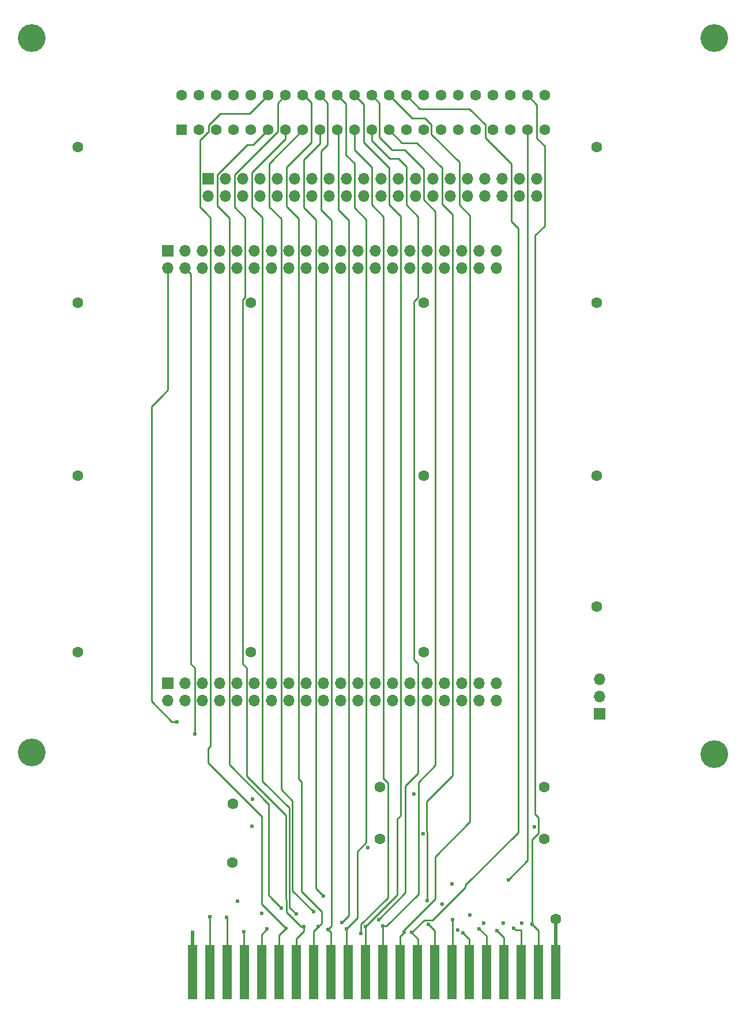
<source format=gbr>
%TF.GenerationSoftware,KiCad,Pcbnew,(5.1.9)-1*%
%TF.CreationDate,2025-01-23T06:38:53-08:00*%
%TF.ProjectId,RADA3K,52414441-334b-42e6-9b69-6361645f7063,rev?*%
%TF.SameCoordinates,Original*%
%TF.FileFunction,Copper,L6,Bot*%
%TF.FilePolarity,Positive*%
%FSLAX46Y46*%
G04 Gerber Fmt 4.6, Leading zero omitted, Abs format (unit mm)*
G04 Created by KiCad (PCBNEW (5.1.9)-1) date 2025-01-23 06:38:53*
%MOMM*%
%LPD*%
G01*
G04 APERTURE LIST*
%TA.AperFunction,ComponentPad*%
%ADD10O,1.700000X1.700000*%
%TD*%
%TA.AperFunction,ComponentPad*%
%ADD11R,1.700000X1.700000*%
%TD*%
%TA.AperFunction,SMDPad,CuDef*%
%ADD12R,1.428750X8.001000*%
%TD*%
%TA.AperFunction,ComponentPad*%
%ADD13C,1.600000*%
%TD*%
%TA.AperFunction,ComponentPad*%
%ADD14R,1.600000X1.600000*%
%TD*%
%TA.AperFunction,ComponentPad*%
%ADD15C,4.064000*%
%TD*%
%TA.AperFunction,ViaPad*%
%ADD16C,1.600000*%
%TD*%
%TA.AperFunction,ViaPad*%
%ADD17C,0.600000*%
%TD*%
%TA.AperFunction,Conductor*%
%ADD18C,0.500000*%
%TD*%
%TA.AperFunction,Conductor*%
%ADD19C,0.250000*%
%TD*%
G04 APERTURE END LIST*
D10*
%TO.P,J1,3*%
%TO.N,/_CHAREN*%
X120230900Y-124460000D03*
%TO.P,J1,2*%
%TO.N,/_HIRAM*%
X120230900Y-127000000D03*
D11*
%TO.P,J1,1*%
%TO.N,/_LORAM*%
X120230900Y-129540000D03*
%TD*%
D10*
%TO.P,J4,40*%
%TO.N,/GPIO_1_1*%
X110960000Y-53500000D03*
%TO.P,J4,39*%
%TO.N,Net-(J4-Pad39)*%
X110960000Y-50960000D03*
%TO.P,J4,38*%
%TO.N,/GPIO_1_3*%
X108420000Y-53500000D03*
%TO.P,J4,37*%
%TO.N,Net-(J4-Pad37)*%
X108420000Y-50960000D03*
%TO.P,J4,36*%
%TO.N,/GPIO_1_5*%
X105880000Y-53500000D03*
%TO.P,J4,35*%
%TO.N,Net-(J4-Pad35)*%
X105880000Y-50960000D03*
%TO.P,J4,34*%
%TO.N,/GPIO_1_7*%
X103340000Y-53500000D03*
%TO.P,J4,33*%
%TO.N,/GPIO_1_6*%
X103340000Y-50960000D03*
%TO.P,J4,32*%
%TO.N,/GPIO_1_9*%
X100800000Y-53500000D03*
%TO.P,J4,31*%
%TO.N,/GPIO_1_8*%
X100800000Y-50960000D03*
%TO.P,J4,30*%
%TO.N,GND*%
X98260000Y-53500000D03*
%TO.P,J4,29*%
%TO.N,/FPGA_5V*%
X98260000Y-50960000D03*
%TO.P,J4,28*%
%TO.N,/GPIO_1_11*%
X95720000Y-53500000D03*
%TO.P,J4,27*%
%TO.N,/GPIO_1_10*%
X95720000Y-50960000D03*
%TO.P,J4,26*%
%TO.N,/GPIO_1_13*%
X93180000Y-53500000D03*
%TO.P,J4,25*%
%TO.N,/GPIO_1_12*%
X93180000Y-50960000D03*
%TO.P,J4,24*%
%TO.N,/GPIO_1_15*%
X90640000Y-53500000D03*
%TO.P,J4,23*%
%TO.N,/GPIO_1_14*%
X90640000Y-50960000D03*
%TO.P,J4,22*%
%TO.N,/GPIO_1_17*%
X88100000Y-53500000D03*
%TO.P,J4,21*%
%TO.N,/GPIO_1_16*%
X88100000Y-50960000D03*
%TO.P,J4,20*%
%TO.N,/GPIO_1_19*%
X85560000Y-53500000D03*
%TO.P,J4,19*%
%TO.N,/GPIO_1_18*%
X85560000Y-50960000D03*
%TO.P,J4,18*%
%TO.N,/GPIO_1_21*%
X83020000Y-53500000D03*
%TO.P,J4,17*%
%TO.N,/GPIO_1_20*%
X83020000Y-50960000D03*
%TO.P,J4,16*%
%TO.N,/GPIO_1_23*%
X80480000Y-53500000D03*
%TO.P,J4,15*%
%TO.N,/GPIO_1_22*%
X80480000Y-50960000D03*
%TO.P,J4,14*%
%TO.N,/GPIO_1_25*%
X77940000Y-53500000D03*
%TO.P,J4,13*%
%TO.N,/GPIO_1_24*%
X77940000Y-50960000D03*
%TO.P,J4,12*%
%TO.N,GND*%
X75400000Y-53500000D03*
%TO.P,J4,11*%
%TO.N,/FPGA_3V*%
X75400000Y-50960000D03*
%TO.P,J4,10*%
%TO.N,/GPIO_1_27*%
X72860000Y-53500000D03*
%TO.P,J4,9*%
%TO.N,/GPIO_1_26*%
X72860000Y-50960000D03*
%TO.P,J4,8*%
%TO.N,/GPIO_1_29*%
X70320000Y-53500000D03*
%TO.P,J4,7*%
%TO.N,/GPIO_1_28*%
X70320000Y-50960000D03*
%TO.P,J4,6*%
%TO.N,/GPIO_1_31*%
X67780000Y-53500000D03*
%TO.P,J4,5*%
%TO.N,/GPIO_1_30*%
X67780000Y-50960000D03*
%TO.P,J4,4*%
%TO.N,/GPIO_1_33*%
X65240000Y-53500000D03*
%TO.P,J4,3*%
%TO.N,/FPGA__NMI*%
X65240000Y-50960000D03*
%TO.P,J4,2*%
%TO.N,/GPIO_1_35*%
X62700000Y-53500000D03*
D11*
%TO.P,J4,1*%
%TO.N,/FPGA__RST*%
X62700000Y-50960000D03*
%TD*%
D12*
%TO.P,J6,C*%
%TO.N,/_RST*%
X65493900Y-167500300D03*
%TO.P,J6,J*%
%TO.N,/A13*%
X78193900Y-167500300D03*
%TO.P,J6,D*%
%TO.N,/_NMI*%
X68033900Y-167500300D03*
%TO.P,J6,E*%
%TO.N,/PHI2*%
X70573900Y-167500300D03*
%TO.P,J6,F*%
%TO.N,/A15*%
X73113900Y-167500300D03*
%TO.P,J6,K*%
%TO.N,/A12*%
X80733900Y-167500300D03*
%TO.P,J6,L*%
%TO.N,/A11*%
X83273900Y-167500300D03*
%TO.P,J6,H*%
%TO.N,/A14*%
X75653900Y-167500300D03*
%TO.P,J6,T*%
%TO.N,/A5*%
X98513900Y-167500300D03*
%TO.P,J6,U*%
%TO.N,/A4*%
X101053900Y-167500300D03*
%TO.P,J6,M*%
%TO.N,/A10*%
X85813900Y-167500300D03*
%TO.P,J6,S*%
%TO.N,/A6*%
X95973900Y-167500300D03*
%TO.P,J6,N*%
%TO.N,/A9*%
X88353900Y-167500300D03*
%TO.P,J6,V*%
%TO.N,/A3*%
X103593900Y-167500300D03*
%TO.P,J6,R*%
%TO.N,/A7*%
X93433900Y-167500300D03*
%TO.P,J6,P*%
%TO.N,/A8*%
X90893900Y-167500300D03*
%TO.P,J6,A*%
%TO.N,GND*%
X60413900Y-167500300D03*
%TO.P,J6,B*%
%TO.N,/_ROMH*%
X62953900Y-167500300D03*
%TO.P,J6,X*%
%TO.N,/A1*%
X108673900Y-167500300D03*
%TO.P,J6,W*%
%TO.N,/A2*%
X106133900Y-167500300D03*
%TO.P,J6,Y*%
%TO.N,/A0*%
X111213900Y-167500300D03*
%TO.P,J6,Z*%
%TO.N,GND*%
X113753900Y-167500300D03*
%TD*%
D13*
%TO.P,J5,Z*%
%TO.N,GND*%
X112166400Y-38722300D03*
%TO.P,J5,Y*%
%TO.N,/A0*%
X109626400Y-38722300D03*
%TO.P,J5,X*%
%TO.N,/A1*%
X107086400Y-38722300D03*
%TO.P,J5,W*%
%TO.N,/A2*%
X104546400Y-38722300D03*
%TO.P,J5,V*%
%TO.N,/A3*%
X102006400Y-38722300D03*
%TO.P,J5,U*%
%TO.N,/A4*%
X99466400Y-38722300D03*
%TO.P,J5,T*%
%TO.N,/A5*%
X96926400Y-38722300D03*
%TO.P,J5,S*%
%TO.N,/A6*%
X94386400Y-38722300D03*
%TO.P,J5,R*%
%TO.N,/A7*%
X91846400Y-38722300D03*
%TO.P,J5,P*%
%TO.N,/A8*%
X89306400Y-38722300D03*
%TO.P,J5,N*%
%TO.N,/A9*%
X86766400Y-38722300D03*
%TO.P,J5,M*%
%TO.N,/A10*%
X84226400Y-38722300D03*
%TO.P,J5,L*%
%TO.N,/A11*%
X81686400Y-38722300D03*
%TO.P,J5,K*%
%TO.N,/A12*%
X79146400Y-38722300D03*
%TO.P,J5,J*%
%TO.N,/A13*%
X76606400Y-38722300D03*
%TO.P,J5,H*%
%TO.N,/A14*%
X74066400Y-38722300D03*
%TO.P,J5,F*%
%TO.N,/A15*%
X71526400Y-38722300D03*
%TO.P,J5,E*%
%TO.N,/PHI2*%
X68986400Y-38722300D03*
%TO.P,J5,D*%
%TO.N,/_NMI*%
X66446400Y-38722300D03*
%TO.P,J5,C*%
%TO.N,/_RST*%
X63906400Y-38722300D03*
%TO.P,J5,B*%
%TO.N,/_ROMH*%
X61366400Y-38722300D03*
%TO.P,J5,A*%
%TO.N,GND*%
X58826400Y-38722300D03*
%TO.P,J5,22*%
X112166400Y-43802300D03*
%TO.P,J5,21*%
%TO.N,/D0*%
X109626400Y-43802300D03*
%TO.P,J5,20*%
%TO.N,/D1*%
X107086400Y-43802300D03*
%TO.P,J5,19*%
%TO.N,/D2*%
X104546400Y-43802300D03*
%TO.P,J5,18*%
%TO.N,/D3*%
X102006400Y-43802300D03*
%TO.P,J5,17*%
%TO.N,/D4*%
X99466400Y-43802300D03*
%TO.P,J5,16*%
%TO.N,/D5*%
X96926400Y-43802300D03*
%TO.P,J5,15*%
%TO.N,/D6*%
X94386400Y-43802300D03*
%TO.P,J5,14*%
%TO.N,/D7*%
X91846400Y-43802300D03*
%TO.P,J5,13*%
%TO.N,/_DMA*%
X89306400Y-43802300D03*
%TO.P,J5,12*%
%TO.N,/BA*%
X86766400Y-43802300D03*
%TO.P,J5,11*%
%TO.N,/_ROML*%
X84226400Y-43802300D03*
%TO.P,J5,10*%
%TO.N,/_IO2*%
X81686400Y-43802300D03*
%TO.P,J5,9*%
%TO.N,/_EXROM*%
X79146400Y-43802300D03*
%TO.P,J5,8*%
%TO.N,/_GAME*%
X76606400Y-43802300D03*
%TO.P,J5,7*%
%TO.N,/_IO1*%
X74066400Y-43802300D03*
%TO.P,J5,6*%
%TO.N,/DOT_CLK*%
X71526400Y-43802300D03*
%TO.P,J5,5*%
%TO.N,/R__W*%
X68986400Y-43802300D03*
%TO.P,J5,4*%
%TO.N,/_IRQ*%
X66446400Y-43802300D03*
%TO.P,J5,3*%
%TO.N,+5V*%
X63906400Y-43802300D03*
D14*
%TO.P,J5,1*%
%TO.N,GND*%
X58826400Y-43802300D03*
D13*
%TO.P,J5,2*%
%TO.N,+5V*%
X61366400Y-43802300D03*
%TD*%
D10*
%TO.P,J3,40*%
%TO.N,/FPGA__CHAREN*%
X105086400Y-64122300D03*
%TO.P,J3,39*%
%TO.N,/GPIO_1_1*%
X105086400Y-61582300D03*
%TO.P,J3,38*%
%TO.N,/FPGA__HIRAM*%
X102546400Y-64122300D03*
%TO.P,J3,37*%
%TO.N,/GPIO_1_3*%
X102546400Y-61582300D03*
%TO.P,J3,36*%
%TO.N,/FPGA__LORAM*%
X100006400Y-64122300D03*
%TO.P,J3,35*%
%TO.N,/GPIO_1_5*%
X100006400Y-61582300D03*
%TO.P,J3,34*%
%TO.N,/GPIO_1_6*%
X97466400Y-64122300D03*
%TO.P,J3,33*%
%TO.N,/GPIO_1_7*%
X97466400Y-61582300D03*
%TO.P,J3,32*%
%TO.N,/GPIO_1_8*%
X94926400Y-64122300D03*
%TO.P,J3,31*%
%TO.N,/GPIO_1_9*%
X94926400Y-61582300D03*
%TO.P,J3,30*%
%TO.N,/FPGA_5V*%
X92386400Y-64122300D03*
%TO.P,J3,29*%
%TO.N,GND*%
X92386400Y-61582300D03*
%TO.P,J3,28*%
%TO.N,/GPIO_1_10*%
X89846400Y-64122300D03*
%TO.P,J3,27*%
%TO.N,/GPIO_1_11*%
X89846400Y-61582300D03*
%TO.P,J3,26*%
%TO.N,/GPIO_1_12*%
X87306400Y-64122300D03*
%TO.P,J3,25*%
%TO.N,/GPIO_1_13*%
X87306400Y-61582300D03*
%TO.P,J3,24*%
%TO.N,/GPIO_1_14*%
X84766400Y-64122300D03*
%TO.P,J3,23*%
%TO.N,/GPIO_1_15*%
X84766400Y-61582300D03*
%TO.P,J3,22*%
%TO.N,/GPIO_1_16*%
X82226400Y-64122300D03*
%TO.P,J3,21*%
%TO.N,/GPIO_1_17*%
X82226400Y-61582300D03*
%TO.P,J3,20*%
%TO.N,/GPIO_1_18*%
X79686400Y-64122300D03*
%TO.P,J3,19*%
%TO.N,/GPIO_1_19*%
X79686400Y-61582300D03*
%TO.P,J3,18*%
%TO.N,/GPIO_1_20*%
X77146400Y-64122300D03*
%TO.P,J3,17*%
%TO.N,/GPIO_1_21*%
X77146400Y-61582300D03*
%TO.P,J3,16*%
%TO.N,/GPIO_1_22*%
X74606400Y-64122300D03*
%TO.P,J3,15*%
%TO.N,/GPIO_1_23*%
X74606400Y-61582300D03*
%TO.P,J3,14*%
%TO.N,/GPIO_1_24*%
X72066400Y-64122300D03*
%TO.P,J3,13*%
%TO.N,/GPIO_1_25*%
X72066400Y-61582300D03*
%TO.P,J3,12*%
%TO.N,/FPGA_3V*%
X69526400Y-64122300D03*
%TO.P,J3,11*%
%TO.N,GND*%
X69526400Y-61582300D03*
%TO.P,J3,10*%
%TO.N,/GPIO_1_26*%
X66986400Y-64122300D03*
%TO.P,J3,9*%
%TO.N,/GPIO_1_27*%
X66986400Y-61582300D03*
%TO.P,J3,8*%
%TO.N,/GPIO_1_28*%
X64446400Y-64122300D03*
%TO.P,J3,7*%
%TO.N,/GPIO_1_29*%
X64446400Y-61582300D03*
%TO.P,J3,6*%
%TO.N,/GPIO_1_30*%
X61906400Y-64122300D03*
%TO.P,J3,5*%
%TO.N,/GPIO_1_31*%
X61906400Y-61582300D03*
%TO.P,J3,4*%
%TO.N,/FPGA__NMI*%
X59366400Y-64122300D03*
%TO.P,J3,3*%
%TO.N,/GPIO_1_33*%
X59366400Y-61582300D03*
%TO.P,J3,2*%
%TO.N,/FPGA__RST*%
X56826400Y-64122300D03*
D11*
%TO.P,J3,1*%
%TO.N,/GPIO_1_35*%
X56826400Y-61582300D03*
%TD*%
D10*
%TO.P,J2,40*%
%TO.N,/FPGA_A0*%
X105086400Y-127622300D03*
%TO.P,J2,39*%
%TO.N,/FPGA_D0*%
X105086400Y-125082300D03*
%TO.P,J2,38*%
%TO.N,/FPGA_D1*%
X102546400Y-127622300D03*
%TO.P,J2,37*%
%TO.N,/FPGA_A1*%
X102546400Y-125082300D03*
%TO.P,J2,36*%
%TO.N,/FPGA_D2*%
X100006400Y-127622300D03*
%TO.P,J2,35*%
%TO.N,/FPGA_A2*%
X100006400Y-125082300D03*
%TO.P,J2,34*%
%TO.N,/FPGA_D3*%
X97466400Y-127622300D03*
%TO.P,J2,33*%
%TO.N,/FPGA_A3*%
X97466400Y-125082300D03*
%TO.P,J2,32*%
%TO.N,/FPGA_D4*%
X94926400Y-127622300D03*
%TO.P,J2,31*%
%TO.N,/FPGA_A4*%
X94926400Y-125082300D03*
%TO.P,J2,30*%
%TO.N,GND*%
X92386400Y-127622300D03*
%TO.P,J2,29*%
%TO.N,Net-(J2-Pad29)*%
X92386400Y-125082300D03*
%TO.P,J2,28*%
%TO.N,/FPGA_A5*%
X89846400Y-127622300D03*
%TO.P,J2,27*%
%TO.N,/FPGA_D5*%
X89846400Y-125082300D03*
%TO.P,J2,26*%
%TO.N,/FPGA_A6*%
X87306400Y-127622300D03*
%TO.P,J2,25*%
%TO.N,/FPGA_D6*%
X87306400Y-125082300D03*
%TO.P,J2,24*%
%TO.N,/FPGA_A7*%
X84766400Y-127622300D03*
%TO.P,J2,23*%
%TO.N,/FPGA_D7*%
X84766400Y-125082300D03*
%TO.P,J2,22*%
%TO.N,/FPGA__DMA*%
X82226400Y-127622300D03*
%TO.P,J2,21*%
%TO.N,/FPGA_A8*%
X82226400Y-125082300D03*
%TO.P,J2,20*%
%TO.N,/FPGA_A9*%
X79686400Y-127622300D03*
%TO.P,J2,19*%
%TO.N,/FPGA_BA*%
X79686400Y-125082300D03*
%TO.P,J2,18*%
%TO.N,/FPGA_A10*%
X77146400Y-127622300D03*
%TO.P,J2,17*%
%TO.N,/FPGA__ROML*%
X77146400Y-125082300D03*
%TO.P,J2,16*%
%TO.N,/FPGA_A11*%
X74606400Y-127622300D03*
%TO.P,J2,15*%
%TO.N,/FPGA__IO2*%
X74606400Y-125082300D03*
%TO.P,J2,14*%
%TO.N,/FPGA_A12*%
X72066400Y-127622300D03*
%TO.P,J2,13*%
%TO.N,/FPGA__EXROM*%
X72066400Y-125082300D03*
%TO.P,J2,12*%
%TO.N,GND*%
X69526400Y-127622300D03*
%TO.P,J2,11*%
%TO.N,Net-(J2-Pad11)*%
X69526400Y-125082300D03*
%TO.P,J2,10*%
%TO.N,/FPGA__GAME*%
X66986400Y-127622300D03*
%TO.P,J2,9*%
%TO.N,/FPGA_A13*%
X66986400Y-125082300D03*
%TO.P,J2,8*%
%TO.N,/FPGA__IO1*%
X64446400Y-127622300D03*
%TO.P,J2,7*%
%TO.N,/FPGA_A14*%
X64446400Y-125082300D03*
%TO.P,J2,6*%
%TO.N,/FPGA_DOT_CLK*%
X61906400Y-127622300D03*
%TO.P,J2,5*%
%TO.N,/FPGA_A15*%
X61906400Y-125082300D03*
%TO.P,J2,4*%
%TO.N,/FPGA_R__W*%
X59366400Y-127622300D03*
%TO.P,J2,3*%
%TO.N,/FPGA_PHI2*%
X59366400Y-125082300D03*
%TO.P,J2,2*%
%TO.N,/FPGA__ROMH*%
X56826400Y-127622300D03*
D11*
%TO.P,J2,1*%
%TO.N,/FPGA__IRQ*%
X56826400Y-125082300D03*
%TD*%
D15*
%TO.P,GND,1*%
%TO.N,GND*%
X137063972Y-135496300D03*
%TD*%
%TO.P,GND,1*%
%TO.N,GND*%
X36791900Y-135242300D03*
%TD*%
%TO.P,GND,1*%
%TO.N,GND*%
X137063972Y-30314900D03*
%TD*%
%TO.P,GND,1*%
%TO.N,GND*%
X36791900Y-30314900D03*
%TD*%
D16*
%TO.N,GND*%
X113779300Y-159651700D03*
D17*
X60413900Y-161594800D03*
X110636400Y-146152300D03*
X69146400Y-146012300D03*
X94259400Y-147180300D03*
X92956400Y-141262300D03*
X86169500Y-149136100D03*
X69256400Y-142052300D03*
D16*
X66306700Y-151358600D03*
X43586400Y-120510300D03*
X43586400Y-94602300D03*
X43586400Y-69202300D03*
X43586400Y-46342300D03*
X119760000Y-113750000D03*
X119786400Y-69202300D03*
X119786400Y-94602300D03*
X119786400Y-46342300D03*
X87972900Y-140246100D03*
X112077500Y-140246100D03*
D17*
X113753900Y-161531300D03*
D16*
X68986400Y-69202300D03*
X94386400Y-69202300D03*
X94386400Y-94602300D03*
X68986400Y-120510300D03*
X94386400Y-120510300D03*
%TO.N,+3V3*%
X112064800Y-147916900D03*
X66332100Y-142709900D03*
X87972900Y-147916900D03*
D17*
%TO.N,/A8*%
X91528900Y-161594800D03*
%TO.N,/A0*%
X110326400Y-160442300D03*
%TO.N,/A9*%
X88366400Y-160692300D03*
%TO.N,/A1*%
X107600000Y-161000000D03*
%TO.N,/A10*%
X85816400Y-160772300D03*
%TO.N,/A2*%
X105106400Y-161362300D03*
%TO.N,/A3*%
X102536400Y-161108800D03*
%TO.N,/A15*%
X74126400Y-161012300D03*
%TO.N,/A7*%
X92608400Y-161658300D03*
%TO.N,/A14*%
X76776400Y-160792300D03*
%TO.N,/A6*%
X95084900Y-160451800D03*
%TO.N,/A13*%
X78906400Y-160802300D03*
%TO.N,/A5*%
X98577400Y-159753300D03*
%TO.N,/A12*%
X80352900Y-161213800D03*
%TO.N,/A4*%
X100101400Y-161721800D03*
%TO.N,/A11*%
X83019900Y-161150300D03*
%TO.N,/D0*%
X106822050Y-153877950D03*
%TO.N,/D1*%
X108736400Y-160236400D03*
%TO.N,/D2*%
X106074870Y-160225130D03*
%TO.N,/D3*%
X103168310Y-160242390D03*
%TO.N,/D4*%
X101117400Y-159118300D03*
%TO.N,/D5*%
X99375400Y-161313300D03*
%TO.N,/D6*%
X98500000Y-154500000D03*
%TO.N,/D7*%
X97111400Y-157455849D03*
%TO.N,/_ROMH*%
X62956400Y-159332300D03*
%TO.N,/R__W*%
X70573900Y-158826100D03*
%TO.N,/_IRQ*%
X67054350Y-157054350D03*
%TO.N,/_RST*%
X65436400Y-159382300D03*
%TO.N,/PHI2*%
X71386400Y-161132300D03*
%TO.N,/_NMI*%
X67970400Y-161531300D03*
%TO.N,/DOT_CLK*%
X73501399Y-158044471D03*
%TO.N,/_IO1*%
X75653900Y-158946100D03*
%TO.N,/_GAME*%
X78193900Y-158593900D03*
%TO.N,/_EXROM*%
X79616400Y-156316400D03*
%TO.N,/_IO2*%
X82394899Y-160205101D03*
%TO.N,/_ROML*%
X85188900Y-161817299D03*
%TO.N,/BA*%
X87741399Y-159758601D03*
%TO.N,/_DMA*%
X94874350Y-156974350D03*
%TO.N,/FPGA__RST*%
X58180000Y-130680000D03*
%TO.N,/FPGA__NMI*%
X60800000Y-132500000D03*
%TD*%
D18*
%TO.N,GND*%
X113753900Y-167500300D02*
X113753900Y-161531300D01*
X60413900Y-167500300D02*
X60413900Y-161594800D01*
X113753900Y-159677100D02*
X113779300Y-159651700D01*
X113753900Y-161531300D02*
X113753900Y-159677100D01*
D19*
%TO.N,/A8*%
X90893900Y-162229800D02*
X90893900Y-167500300D01*
X91528900Y-161594800D02*
X90893900Y-162229800D01*
X92684100Y-42100000D02*
X89306400Y-38722300D01*
X94587690Y-42100000D02*
X92684100Y-42100000D01*
X95511401Y-43011401D02*
X95499091Y-43011401D01*
X99624999Y-54784999D02*
X99624999Y-48524999D01*
X101181401Y-56341401D02*
X99624999Y-54784999D01*
X99624999Y-48524999D02*
X95511401Y-44411401D01*
X96036851Y-150536851D02*
X101181401Y-145392301D01*
X95511401Y-44411401D02*
X95511401Y-43011401D01*
X96036851Y-156736851D02*
X96036851Y-150536851D01*
X91528900Y-161244802D02*
X96036851Y-156736851D01*
X95499091Y-43011401D02*
X94587690Y-42100000D01*
X101181401Y-145392301D02*
X101181401Y-56341401D01*
X91528900Y-161594800D02*
X91528900Y-161244802D01*
%TO.N,/A0*%
X111150400Y-167436800D02*
X111213900Y-167500300D01*
X111213900Y-161329800D02*
X111213900Y-167500300D01*
X110326400Y-160442300D02*
X111213900Y-161329800D01*
X110326400Y-147990298D02*
X110326400Y-160442300D01*
X111261401Y-147055297D02*
X110326400Y-147990298D01*
X111261401Y-144758599D02*
X111261401Y-147055297D01*
X110751401Y-144248599D02*
X111261401Y-144758599D01*
X112135001Y-57894999D02*
X110751401Y-59278599D01*
X112135001Y-46154999D02*
X112135001Y-57894999D01*
X110751401Y-59278599D02*
X110751401Y-144248599D01*
X110990001Y-40085901D02*
X109626400Y-38722300D01*
X110990001Y-45009999D02*
X110990001Y-40085901D01*
X110990001Y-45009999D02*
X112135001Y-46154999D01*
%TO.N,/A9*%
X88353900Y-160704800D02*
X88366400Y-160692300D01*
X88353900Y-167500300D02*
X88353900Y-160704800D01*
X87891401Y-44891401D02*
X87891401Y-39847301D01*
X89700000Y-46700000D02*
X87891401Y-44891401D01*
X94355001Y-54015001D02*
X94355001Y-49487311D01*
X94355001Y-49487311D02*
X91567690Y-46700000D01*
X96101401Y-55761401D02*
X94355001Y-54015001D01*
X93600000Y-139600000D02*
X96101401Y-137098599D01*
X87891401Y-39847301D02*
X86766400Y-38722300D01*
X93600000Y-156000000D02*
X93600000Y-139600000D01*
X88907700Y-160692300D02*
X93600000Y-156000000D01*
X91567690Y-46700000D02*
X89700000Y-46700000D01*
X96101401Y-137098599D02*
X96101401Y-55761401D01*
X88366400Y-160692300D02*
X88907700Y-160692300D01*
%TO.N,/A1*%
X108716400Y-167457800D02*
X108673900Y-167500300D01*
X108716400Y-161302300D02*
X108716400Y-167457800D01*
X107902300Y-161302300D02*
X107600000Y-161000000D01*
X108716400Y-161302300D02*
X107902300Y-161302300D01*
%TO.N,/A10*%
X85813900Y-160774800D02*
X85816400Y-160772300D01*
X85813900Y-167500300D02*
X85813900Y-160774800D01*
X85559900Y-40055800D02*
X84226400Y-38722300D01*
X89275001Y-49325001D02*
X85559900Y-45609900D01*
X89275001Y-54755001D02*
X89275001Y-49325001D01*
X91021401Y-56501401D02*
X89275001Y-54755001D01*
X85559900Y-45609900D02*
X85559900Y-40055800D01*
X91021401Y-144468599D02*
X91021401Y-56501401D01*
X90481401Y-145008599D02*
X91021401Y-144468599D01*
X90481401Y-156107299D02*
X90481401Y-145008599D01*
X85816400Y-160772300D02*
X90481401Y-156107299D01*
%TO.N,/A2*%
X106133900Y-162389800D02*
X106133900Y-162439800D01*
X106133900Y-162439800D02*
X106133900Y-167500300D01*
X105106400Y-161362300D02*
X106133900Y-162389800D01*
%TO.N,/A3*%
X103593900Y-162166300D02*
X103593900Y-167500300D01*
X102536400Y-161108800D02*
X103593900Y-162166300D01*
%TO.N,/A15*%
X73113900Y-162024800D02*
X73113900Y-162404800D01*
X74126400Y-161012300D02*
X73113900Y-162024800D01*
X73113900Y-162404800D02*
X73113900Y-167500300D01*
X70600000Y-157485900D02*
X74126400Y-161012300D01*
X62731399Y-134631399D02*
X62760501Y-134631399D01*
X62731399Y-134631399D02*
X62731399Y-136731399D01*
X70600000Y-144600000D02*
X70600000Y-146000000D01*
X62731399Y-136731399D02*
X70600000Y-144600000D01*
X70600000Y-146000000D02*
X70600000Y-157485900D01*
X64500000Y-41400000D02*
X68848700Y-41400000D01*
X62781399Y-43118601D02*
X64500000Y-41400000D01*
X61524999Y-55144999D02*
X61524999Y-45308703D01*
X68848700Y-41400000D02*
X71526400Y-38722300D01*
X62781399Y-44052303D02*
X62781399Y-43118601D01*
X61524999Y-45308703D02*
X62781399Y-44052303D01*
X63081401Y-56701401D02*
X62000000Y-55620000D01*
X63081401Y-134281397D02*
X63081401Y-56701401D01*
X62731399Y-134631399D02*
X63081401Y-134281397D01*
X62000000Y-55620000D02*
X61524999Y-55144999D01*
X62541401Y-56161401D02*
X62000000Y-55620000D01*
%TO.N,/A7*%
X92608400Y-161658300D02*
X93560900Y-162610800D01*
X93560900Y-167373300D02*
X93433900Y-167500300D01*
X93560900Y-162610800D02*
X93560900Y-167373300D01*
X107244999Y-48744999D02*
X103421399Y-44921399D01*
X107244999Y-57254999D02*
X107244999Y-48744999D01*
X108261401Y-58271401D02*
X107244999Y-57254999D01*
X108261401Y-146938599D02*
X108261401Y-58271401D01*
X103421399Y-44921399D02*
X103421399Y-43021399D01*
X100500000Y-154992251D02*
X100500000Y-154700000D01*
X103421399Y-43021399D02*
X101100000Y-40700000D01*
X95692251Y-159800000D02*
X100500000Y-154992251D01*
X100500000Y-154700000D02*
X108261401Y-146938599D01*
X94466700Y-159800000D02*
X95692251Y-159800000D01*
X93824100Y-40700000D02*
X91846400Y-38722300D01*
X101100000Y-40700000D02*
X93824100Y-40700000D01*
X92608400Y-161658300D02*
X94466700Y-159800000D01*
%TO.N,Net-(J4-Pad37)*%
X108261401Y-50395999D02*
X108261401Y-51738599D01*
%TO.N,/A14*%
X76776400Y-160792300D02*
X76776400Y-161422300D01*
X75653900Y-162544800D02*
X75653900Y-167500300D01*
X76776400Y-161422300D02*
X75653900Y-162544800D01*
X72941399Y-39847301D02*
X74066400Y-38722300D01*
X66604999Y-50388703D02*
X72941399Y-44052303D01*
X66604999Y-55142197D02*
X66604999Y-50388703D01*
X74173600Y-156826400D02*
X74126400Y-156826400D01*
X67800000Y-122230000D02*
X67800000Y-68723698D01*
X76352136Y-160792300D02*
X74199980Y-158640144D01*
X72941399Y-44052303D02*
X72941399Y-39847301D01*
X68351399Y-122781399D02*
X67800000Y-122230000D01*
X74199980Y-158640144D02*
X74199980Y-156852780D01*
X74199980Y-156852780D02*
X74173600Y-156826400D01*
X74126400Y-156826400D02*
X74126400Y-144426400D01*
X74126400Y-144426400D02*
X68351399Y-138651399D01*
X68351399Y-138651399D02*
X68351399Y-122781399D01*
X67800000Y-68723698D02*
X68161401Y-68362297D01*
X76776400Y-160792300D02*
X76352136Y-160792300D01*
X68161401Y-68362297D02*
X68161401Y-56698599D01*
X68161401Y-56698599D02*
X66604999Y-55142197D01*
%TO.N,/A6*%
X95084900Y-160451800D02*
X95973900Y-161340800D01*
X95973900Y-161340800D02*
X95973900Y-162356800D01*
X95973900Y-162356800D02*
X95973900Y-167500300D01*
%TO.N,/A13*%
X78003400Y-167309800D02*
X78193900Y-167500300D01*
X78906400Y-160802300D02*
X78226400Y-161482300D01*
X78226400Y-167467800D02*
X78193900Y-167500300D01*
X78226400Y-161482300D02*
X78226400Y-167467800D01*
X76796900Y-38722300D02*
X76606400Y-38722300D01*
X77876400Y-39801800D02*
X76796900Y-38722300D01*
X77876400Y-45653600D02*
X77876400Y-39801800D01*
X75971399Y-56808601D02*
X74224999Y-55062201D01*
X75971399Y-139071399D02*
X75971399Y-56808601D01*
X76400000Y-139500000D02*
X75971399Y-139071399D01*
X74224999Y-55062201D02*
X74224999Y-49305001D01*
X79400000Y-158600000D02*
X76400000Y-155600000D01*
X74224999Y-49305001D02*
X77876400Y-45653600D01*
X76400000Y-155600000D02*
X76400000Y-139500000D01*
X79400000Y-160308700D02*
X79400000Y-158600000D01*
X78906400Y-160802300D02*
X79400000Y-160308700D01*
%TO.N,/A5*%
X98577400Y-167436800D02*
X98513900Y-167500300D01*
X98577400Y-159753300D02*
X98577400Y-167436800D01*
%TO.N,/A12*%
X80733900Y-161594800D02*
X80733900Y-167500300D01*
X80352900Y-161213800D02*
X80733900Y-161594800D01*
X79304999Y-46925001D02*
X80271401Y-45958599D01*
X80271401Y-39847301D02*
X79146400Y-38722300D01*
X80271401Y-45958599D02*
X80271401Y-39847301D01*
X80861401Y-57051401D02*
X79304999Y-55494999D01*
X80861401Y-160705299D02*
X80861401Y-57051401D01*
X79304999Y-55494999D02*
X79304999Y-46925001D01*
X80352900Y-161213800D02*
X80861401Y-160705299D01*
%TO.N,/A4*%
X101053900Y-162674300D02*
X100101400Y-161721800D01*
X101053900Y-167500300D02*
X101053900Y-162674300D01*
%TO.N,/A11*%
X83019900Y-167246300D02*
X83273900Y-167500300D01*
X83019900Y-161150300D02*
X83019900Y-167246300D01*
X84635100Y-149745498D02*
X84635100Y-159535100D01*
X85941401Y-148439197D02*
X84635100Y-149745498D01*
X84635100Y-159535100D02*
X83019900Y-161150300D01*
X84195001Y-55222199D02*
X85941401Y-56968599D01*
X85941401Y-56968599D02*
X85941401Y-148439197D01*
X82956400Y-47456400D02*
X84195001Y-48695001D01*
X82956400Y-39992300D02*
X82956400Y-47456400D01*
X84195001Y-48695001D02*
X84195001Y-55222199D01*
X81686400Y-38722300D02*
X82956400Y-39992300D01*
%TO.N,/D0*%
X109626400Y-151073600D02*
X106822050Y-153877950D01*
X109626400Y-43802300D02*
X109626400Y-151073600D01*
%TO.N,/D2*%
X104546400Y-43802300D02*
X104546400Y-44396400D01*
%TO.N,/D3*%
X102006400Y-43802300D02*
X102006400Y-43842810D01*
%TO.N,/D6*%
X94386400Y-43802300D02*
X94386400Y-44386400D01*
%TO.N,/_ROMH*%
X62956400Y-167497800D02*
X62953900Y-167500300D01*
X62956400Y-159332300D02*
X62956400Y-167497800D01*
X63100000Y-159188700D02*
X62956400Y-159332300D01*
%TO.N,/R__W*%
X70568902Y-158826100D02*
X70573900Y-158826100D01*
%TO.N,/_RST*%
X65493900Y-159439800D02*
X65436400Y-159382300D01*
X65493900Y-167500300D02*
X65493900Y-159439800D01*
%TO.N,/PHI2*%
X71386400Y-161132300D02*
X70556400Y-161962300D01*
X70556400Y-167482800D02*
X70573900Y-167500300D01*
X70556400Y-161962300D02*
X70556400Y-167482800D01*
%TO.N,/_NMI*%
X67970400Y-167436800D02*
X68033900Y-167500300D01*
X67970400Y-161531300D02*
X67970400Y-167436800D01*
%TO.N,/DOT_CLK*%
X71526400Y-43802300D02*
X71526400Y-44313600D01*
X72228464Y-156771536D02*
X73501399Y-158044471D01*
X72100000Y-156643072D02*
X72228464Y-156771536D01*
X68476648Y-45984350D02*
X69344350Y-45984350D01*
X65811399Y-56718597D02*
X64064999Y-54972197D01*
X65811399Y-137011399D02*
X65811399Y-56718597D01*
X71600000Y-142800000D02*
X65811399Y-137011399D01*
X69344350Y-45984350D02*
X71526400Y-43802300D01*
X64064999Y-50395999D02*
X68476648Y-45984350D01*
X71600000Y-156143072D02*
X71600000Y-142800000D01*
X64064999Y-54972197D02*
X64064999Y-50395999D01*
X72228464Y-156771536D02*
X71600000Y-156143072D01*
%TO.N,/_IO1*%
X74649990Y-157942190D02*
X75653900Y-158946100D01*
X70701401Y-139401401D02*
X74649990Y-143349990D01*
X74649990Y-143349990D02*
X74649990Y-157942190D01*
X70701401Y-56671401D02*
X70701401Y-139401401D01*
X69144999Y-55114999D02*
X70701401Y-56671401D01*
X69144999Y-50055001D02*
X69144999Y-55114999D01*
X74066400Y-45133600D02*
X69144999Y-50055001D01*
X74066400Y-43802300D02*
X74066400Y-45133600D01*
%TO.N,/_GAME*%
X76606400Y-43802300D02*
X76606400Y-44463600D01*
X71684999Y-48723701D02*
X76606400Y-43802300D01*
X71684999Y-55092201D02*
X71684999Y-48723701D01*
X73431399Y-56838601D02*
X71684999Y-55092201D01*
X73431399Y-140631399D02*
X73431399Y-56838601D01*
X75100000Y-142300000D02*
X73431399Y-140631399D01*
X75100000Y-155500000D02*
X75100000Y-142300000D01*
X78193900Y-158593900D02*
X75100000Y-155500000D01*
%TO.N,/_EXROM*%
X79146400Y-45773600D02*
X79146400Y-43802300D01*
X76764999Y-48155001D02*
X79146400Y-45773600D01*
X76764999Y-55202201D02*
X76764999Y-48155001D01*
X78511399Y-56948601D02*
X76764999Y-55202201D01*
X78511399Y-155211399D02*
X78511399Y-56948601D01*
X79616400Y-156316400D02*
X78511399Y-155211399D01*
%TO.N,/_IO2*%
X81844999Y-43960899D02*
X81686400Y-43802300D01*
X81844999Y-55532197D02*
X81844999Y-43960899D01*
X83401401Y-57088599D02*
X81844999Y-55532197D01*
X83401401Y-159198599D02*
X83401401Y-57088599D01*
X82394899Y-160205101D02*
X83401401Y-159198599D01*
%TO.N,/_ROML*%
X86735001Y-54765001D02*
X86735001Y-49235001D01*
X84226400Y-46726400D02*
X84226400Y-43802300D01*
X88481401Y-56511401D02*
X86735001Y-54765001D01*
X88481401Y-139121099D02*
X88481401Y-56511401D01*
X88512901Y-139121099D02*
X88481401Y-139121099D01*
X86735001Y-49235001D02*
X84226400Y-46726400D01*
X89097901Y-139706099D02*
X88512901Y-139121099D01*
X89097901Y-156565797D02*
X89097901Y-139706099D01*
X85188900Y-160474798D02*
X89097901Y-156565797D01*
X85188900Y-161817299D02*
X85188900Y-160474798D01*
%TO.N,/BA*%
X86766400Y-45366400D02*
X86766400Y-43802300D01*
X87741399Y-159758601D02*
X91700000Y-155800000D01*
X91700000Y-155800000D02*
X91700000Y-140100000D01*
X91700000Y-140100000D02*
X93561401Y-138238599D01*
X93561401Y-138238599D02*
X93561401Y-122191401D01*
X91815001Y-49189599D02*
X90625402Y-48000000D01*
X93561401Y-122191401D02*
X92960000Y-121590000D01*
X93561401Y-56558599D02*
X91815001Y-54812199D01*
X92960000Y-68963698D02*
X93561401Y-68362297D01*
X93561401Y-68362297D02*
X93561401Y-56558599D01*
X91815001Y-54812199D02*
X91815001Y-49189599D01*
X92960000Y-121590000D02*
X92960000Y-68963698D01*
X90625402Y-48000000D02*
X89400000Y-48000000D01*
X89400000Y-48000000D02*
X86766400Y-45366400D01*
%TO.N,/_DMA*%
X94874350Y-154425650D02*
X94874350Y-156974350D01*
X94884401Y-154415599D02*
X94874350Y-154425650D01*
X94800000Y-146795898D02*
X94884401Y-146880299D01*
X98641401Y-138558599D02*
X94800000Y-142400000D01*
X98641401Y-56228599D02*
X98641401Y-138558599D01*
X97084999Y-54672197D02*
X98641401Y-56228599D01*
X93405402Y-45700000D02*
X97084999Y-49379597D01*
X94800000Y-142400000D02*
X94800000Y-146795898D01*
X91204100Y-45700000D02*
X93405402Y-45700000D01*
X94884401Y-146880299D02*
X94884401Y-154415599D01*
X97084999Y-49379597D02*
X97084999Y-54672197D01*
X89306400Y-43802300D02*
X91204100Y-45700000D01*
%TO.N,/FPGA__RST*%
X54420000Y-127680000D02*
X54420000Y-84380000D01*
X57420000Y-130680000D02*
X54420000Y-127680000D01*
X58180000Y-130680000D02*
X57420000Y-130680000D01*
X56826400Y-81973600D02*
X55960000Y-82840000D01*
X56826400Y-64122300D02*
X56826400Y-81973600D01*
X54420000Y-84380000D02*
X55960000Y-82840000D01*
%TO.N,/FPGA__NMI*%
X60191399Y-64947299D02*
X59366400Y-64122300D01*
X60191399Y-122211399D02*
X60191399Y-64947299D01*
X60731399Y-122751399D02*
X60191399Y-122211399D01*
X60731399Y-132431399D02*
X60731399Y-122751399D01*
X60800000Y-132500000D02*
X60731399Y-132431399D01*
%TD*%
M02*

</source>
